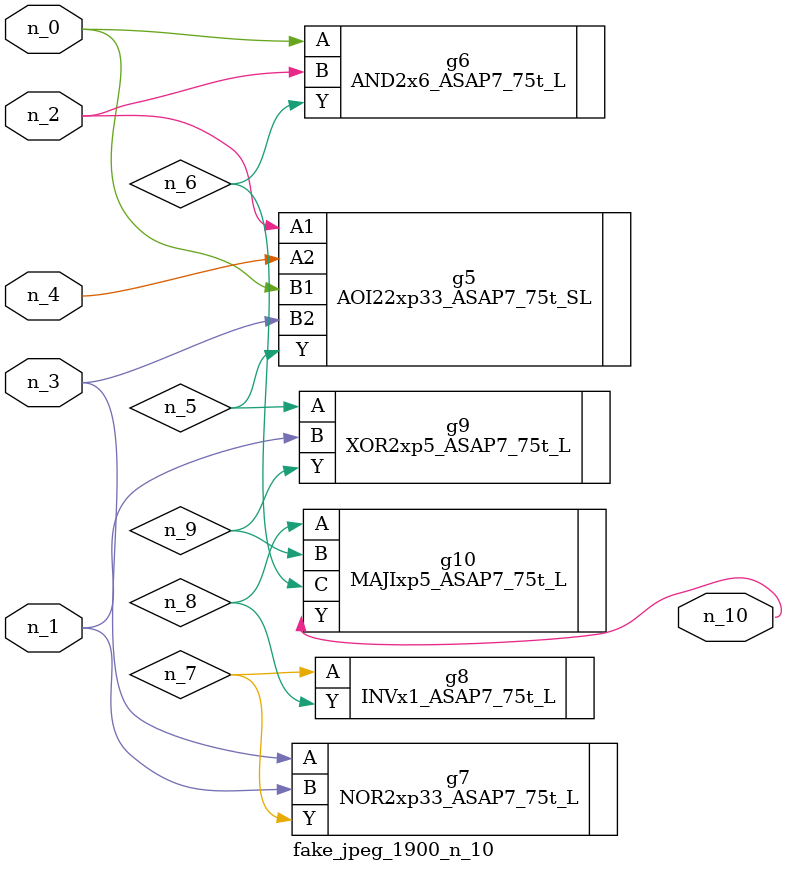
<source format=v>
module fake_jpeg_1900_n_10 (n_3, n_2, n_1, n_0, n_4, n_10);

input n_3;
input n_2;
input n_1;
input n_0;
input n_4;

output n_10;

wire n_8;
wire n_9;
wire n_6;
wire n_5;
wire n_7;

AOI22xp33_ASAP7_75t_SL g5 ( 
.A1(n_2),
.A2(n_4),
.B1(n_0),
.B2(n_3),
.Y(n_5)
);

AND2x6_ASAP7_75t_L g6 ( 
.A(n_0),
.B(n_2),
.Y(n_6)
);

NOR2xp33_ASAP7_75t_L g7 ( 
.A(n_3),
.B(n_1),
.Y(n_7)
);

INVx1_ASAP7_75t_L g8 ( 
.A(n_7),
.Y(n_8)
);

MAJIxp5_ASAP7_75t_L g10 ( 
.A(n_8),
.B(n_9),
.C(n_6),
.Y(n_10)
);

XOR2xp5_ASAP7_75t_L g9 ( 
.A(n_5),
.B(n_1),
.Y(n_9)
);


endmodule
</source>
